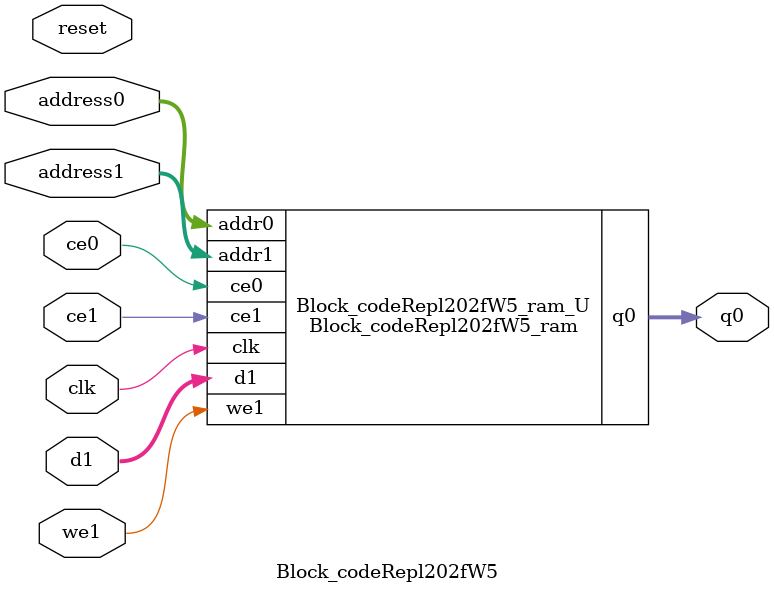
<source format=v>
`timescale 1 ns / 1 ps
module Block_codeRepl202fW5_ram (addr0, ce0, q0, addr1, ce1, d1, we1,  clk);

parameter DWIDTH = 6;
parameter AWIDTH = 5;
parameter MEM_SIZE = 22;

input[AWIDTH-1:0] addr0;
input ce0;
output reg[DWIDTH-1:0] q0;
input[AWIDTH-1:0] addr1;
input ce1;
input[DWIDTH-1:0] d1;
input we1;
input clk;

(* ram_style = "distributed" *)reg [DWIDTH-1:0] ram[0:MEM_SIZE-1];




always @(posedge clk)  
begin 
    if (ce0) begin
        q0 <= ram[addr0];
    end
end


always @(posedge clk)  
begin 
    if (ce1) begin
        if (we1) 
            ram[addr1] <= d1; 
    end
end


endmodule

`timescale 1 ns / 1 ps
module Block_codeRepl202fW5(
    reset,
    clk,
    address0,
    ce0,
    q0,
    address1,
    ce1,
    we1,
    d1);

parameter DataWidth = 32'd6;
parameter AddressRange = 32'd22;
parameter AddressWidth = 32'd5;
input reset;
input clk;
input[AddressWidth - 1:0] address0;
input ce0;
output[DataWidth - 1:0] q0;
input[AddressWidth - 1:0] address1;
input ce1;
input we1;
input[DataWidth - 1:0] d1;



Block_codeRepl202fW5_ram Block_codeRepl202fW5_ram_U(
    .clk( clk ),
    .addr0( address0 ),
    .ce0( ce0 ),
    .q0( q0 ),
    .addr1( address1 ),
    .ce1( ce1 ),
    .we1( we1 ),
    .d1( d1 ));

endmodule


</source>
